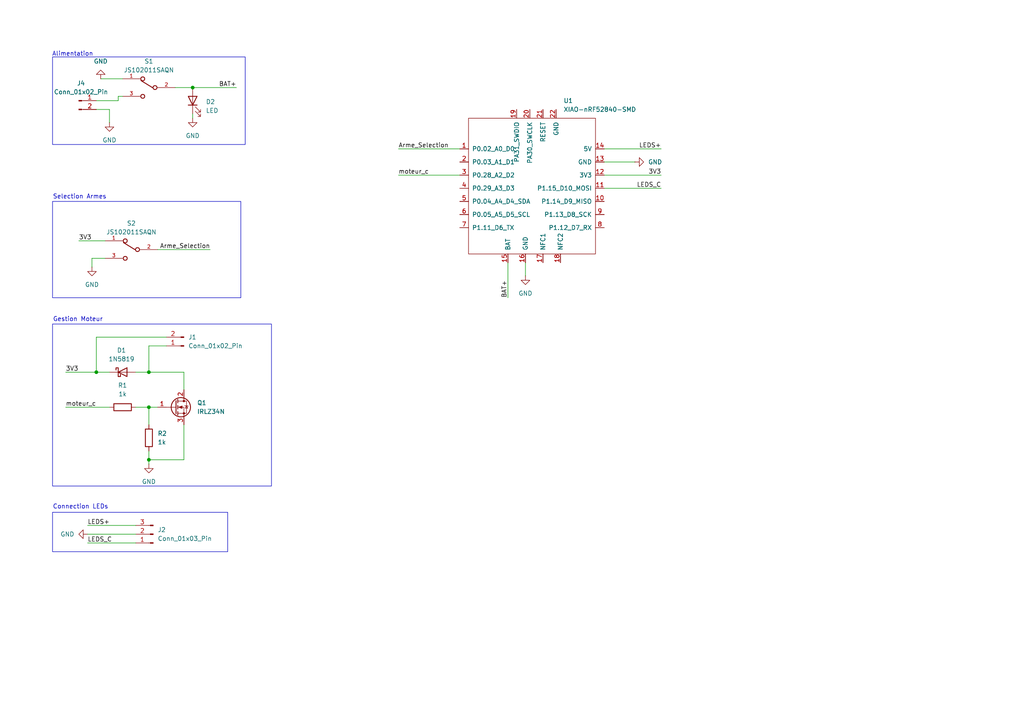
<source format=kicad_sch>
(kicad_sch (version 20250114) (generator "eeschema") (generator_version "9.0")
  (paper "A4")
  (lib_symbols
    (symbol "Connector:Conn_01x02_Pin" (pin_names (offset 1.016) (hide yes))
      (property "Reference" "J" (at 0 2.54 0))
      (property "Value" "Conn_01x02_Pin" (at 0 -5.08 0))
      (symbol "Conn_01x02_Pin_1_1"
        (rectangle (start 0.8636 0.127) (end 0 -0.127) (stroke (width 0.1524)) (fill (type outline)))
        (rectangle (start 0.8636 -2.413) (end 0 -2.667) (stroke (width 0.1524)) (fill (type outline)))
        (polyline (pts (xy 1.27 0) (xy 0.8636 0)) (stroke (width 0.1524)))
        (polyline (pts (xy 1.27 -2.54) (xy 0.8636 -2.54)) (stroke (width 0.1524)))
        (pin passive line (at 5.08 0 180) (length 3.81) (name "Pin_1") (number "1"))
        (pin passive line (at 5.08 -2.54 180) (length 3.81) (name "Pin_2") (number "2"))
      )
    )
    (symbol "Connector:Conn_01x03_Pin" (pin_names (offset 1.016) (hide yes))
      (property "Reference" "J" (at 0 5.08 0))
      (property "Value" "Conn_01x03_Pin" (at 0 -5.08 0))
      (symbol "Conn_01x03_Pin_1_1"
        (rectangle (start 0.8636 2.667) (end 0 2.413) (stroke (width 0.1524)) (fill (type outline)))
        (rectangle (start 0.8636 0.127) (end 0 -0.127) (stroke (width 0.1524)) (fill (type outline)))
        (rectangle (start 0.8636 -2.413) (end 0 -2.667) (stroke (width 0.1524)) (fill (type outline)))
        (polyline (pts (xy 1.27 2.54) (xy 0.8636 2.54)) (stroke (width 0.1524)))
        (polyline (pts (xy 1.27 0) (xy 0.8636 0)) (stroke (width 0.1524)))
        (polyline (pts (xy 1.27 -2.54) (xy 0.8636 -2.54)) (stroke (width 0.1524)))
        (pin passive line (at 5.08 2.54 180) (length 3.81) (name "Pin_1") (number "1"))
        (pin passive line (at 5.08 0 180) (length 3.81) (name "Pin_2") (number "2"))
        (pin passive line (at 5.08 -2.54 180) (length 3.81) (name "Pin_3") (number "3"))
      )
    )
    (symbol "Device:LED" (pin_numbers (hide yes)) (pin_names (offset 1.016) (hide yes))
      (property "Reference" "D" (at 0 2.54 0))
      (property "Value" "LED" (at 0 -2.54 0))
      (symbol "LED_0_1"
        (polyline (pts (xy -3.048 -0.762) (xy -4.572 -2.286) (xy -3.81 -2.286) (xy -4.572 -2.286) (xy -4.572 -1.524)))
        (polyline (pts (xy -1.778 -0.762) (xy -3.302 -2.286) (xy -2.54 -2.286) (xy -3.302 -2.286) (xy -3.302 -1.524)))
        (polyline (pts (xy -1.27 0) (xy 1.27 0)))
        (polyline (pts (xy -1.27 -1.27) (xy -1.27 1.27)) (stroke (width 0.254)))
        (polyline (pts (xy 1.27 -1.27) (xy 1.27 1.27) (xy -1.27 0) (xy 1.27 -1.27)) (stroke (width 0.254)))
      )
      (symbol "LED_1_1"
        (pin passive line (at -3.81 0 0) (length 2.54) (name "K") (number "1"))
        (pin passive line (at 3.81 0 180) (length 2.54) (name "A") (number "2"))
      )
    )
    (symbol "Device:R" (pin_numbers (hide yes)) (pin_names (offset 0))
      (property "Reference" "R" (at 2.032 0 90))
      (property "Value" "R" (at 0 0 90))
      (symbol "R_0_1"
        (rectangle (start -1.016 -2.54) (end 1.016 2.54) (stroke (width 0.254)))
      )
      (symbol "R_1_1"
        (pin passive line (at 0 3.81 270) (length 1.27) (name "~") (number "1"))
        (pin passive line (at 0 -3.81 90) (length 1.27) (name "~") (number "2"))
      )
    )
    (symbol "Diode:1N5819" (pin_numbers (hide yes)) (pin_names (offset 1.016) (hide yes))
      (property "Reference" "D" (at 0 2.54 0))
      (property "Value" "1N5819" (at 0 -2.54 0))
      (symbol "1N5819_0_1"
        (polyline (pts (xy -1.905 0.635) (xy -1.905 1.27) (xy -1.27 1.27) (xy -1.27 -1.27) (xy -0.635 -1.27) (xy -0.635 -0.635)) (stroke (width 0.254)))
        (polyline (pts (xy 1.27 1.27) (xy 1.27 -1.27) (xy -1.27 0) (xy 1.27 1.27)) (stroke (width 0.254)))
        (polyline (pts (xy 1.27 0) (xy -1.27 0)))
      )
      (symbol "1N5819_1_1"
        (pin passive line (at -3.81 0 0) (length 2.54) (name "K") (number "1"))
        (pin passive line (at 3.81 0 180) (length 2.54) (name "A") (number "2"))
      )
    )
    (symbol "JS102011SAQN:JS102011SAQN" (pin_names (offset 1.016))
      (property "Reference" "S" (at -7.6229 5.0819 0))
      (property "Value" "JS102011SAQN" (at -7.6286 -5.0857 0))
      (symbol "JS102011SAQN_0_0"
        (circle (center -1.778 2.54) (radius 0.568) (stroke (width 0.254)))
        (circle (center -1.778 -2.54) (radius 0.568) (stroke (width 0.254)))
        (polyline (pts (xy 1.016 0) (xy -2.286 2.032)) (stroke (width 0.254)))
        (circle (center 1.778 0) (radius 0.568) (stroke (width 0.254)))
        (pin passive line (at -7.62 2.54 0) (length 5.08) (name "~") (number "1"))
        (pin passive line (at -7.62 -2.54 0) (length 5.08) (name "~") (number "3"))
        (pin passive line (at 7.62 0 180) (length 5.08) (name "~") (number "2"))
      )
    )
    (symbol "Seeed_Studio_XIAO_Series:XIAO-nRF52840-SMD" (pin_names (offset 1.016))
      (property "Reference" "U" (at -18.542 23.114 0))
      (property "Value" "XIAO-nRF52840-SMD" (at -8.636 21.336 0))
      (symbol "XIAO-nRF52840-SMD_0_1"
        (rectangle (start -19.05 20.32) (end 17.78 -19.05))
      )
      (symbol "XIAO-nRF52840-SMD_1_1"
        (pin passive line (at -21.59 11.43 0) (length 2.54) (name "P0.02_A0_D0") (number "1"))
        (pin passive line (at -21.59 7.62 0) (length 2.54) (name "P0.03_A1_D1") (number "2"))
        (pin passive line (at -21.59 3.81 0) (length 2.54) (name "P0.28_A2_D2") (number "3"))
        (pin passive line (at -21.59 0 0) (length 2.54) (name "P0.29_A3_D3") (number "4"))
        (pin passive line (at -21.59 -3.81 0) (length 2.54) (name "P0.04_A4_D4_SDA") (number "5"))
        (pin passive line (at -21.59 -7.62 0) (length 2.54) (name "P0.05_A5_D5_SCL") (number "6"))
        (pin passive line (at -21.59 -11.43 0) (length 2.54) (name "P1.11_D6_TX") (number "7"))
        (pin passive line (at -7.62 -21.59 90) (length 2.54) (name "BAT") (number "15"))
        (pin passive line (at -5.08 22.86 270) (length 2.54) (name "PA31_SWDIO") (number "19"))
        (pin passive line (at -2.54 -21.59 90) (length 2.54) (name "GND") (number "16"))
        (pin passive line (at -1.27 22.86 270) (length 2.54) (name "PA30_SWCLK") (number "20"))
        (pin passive line (at 2.54 22.86 270) (length 2.54) (name "RESET") (number "21"))
        (pin passive line (at 2.54 -21.59 90) (length 2.54) (name "NFC1") (number "17"))
        (pin passive line (at 6.35 22.86 270) (length 2.54) (name "GND") (number "22"))
        (pin passive line (at 7.62 -21.59 90) (length 2.54) (name "NFC2") (number "18"))
        (pin passive line (at 20.32 11.43 180) (length 2.54) (name "5V") (number "14"))
        (pin passive line (at 20.32 7.62 180) (length 2.54) (name "GND") (number "13"))
        (pin passive line (at 20.32 3.81 180) (length 2.54) (name "3V3") (number "12"))
        (pin passive line (at 20.32 0 180) (length 2.54) (name "P1.15_D10_MOSI") (number "11"))
        (pin passive line (at 20.32 -3.81 180) (length 2.54) (name "P1.14_D9_MISO") (number "10"))
        (pin passive line (at 20.32 -7.62 180) (length 2.54) (name "P1.13_D8_SCK") (number "9"))
        (pin passive line (at 20.32 -11.43 180) (length 2.54) (name "P1.12_D7_RX") (number "8"))
      )
    )
    (symbol "Transistor_FET:IRLZ34N" (pin_names (hide yes))
      (property "Reference" "Q" (at 5.08 1.905 0))
      (property "Value" "IRLZ34N" (at 5.08 0 0))
      (symbol "IRLZ34N_0_1"
        (polyline (pts (xy 0.254 1.905) (xy 0.254 -1.905)) (stroke (width 0.254)))
        (polyline (pts (xy 0.254 0) (xy -2.54 0)))
        (polyline (pts (xy 0.762 2.286) (xy 0.762 1.27)) (stroke (width 0.254)))
        (polyline (pts (xy 0.762 0.508) (xy 0.762 -0.508)) (stroke (width 0.254)))
        (polyline (pts (xy 0.762 -1.27) (xy 0.762 -2.286)) (stroke (width 0.254)))
        (polyline (pts (xy 0.762 -1.778) (xy 3.302 -1.778) (xy 3.302 1.778) (xy 0.762 1.778)))
        (polyline (pts (xy 1.016 0) (xy 2.032 0.381) (xy 2.032 -0.381) (xy 1.016 0)) (fill (type outline)))
        (circle (center 1.651 0) (radius 2.794) (stroke (width 0.254)))
        (polyline (pts (xy 2.54 2.54) (xy 2.54 1.778)))
        (circle (center 2.54 1.778) (radius 0.254) (fill (type outline)))
        (circle (center 2.54 -1.778) (radius 0.254) (fill (type outline)))
        (polyline (pts (xy 2.54 -2.54) (xy 2.54 0) (xy 0.762 0)))
        (polyline (pts (xy 2.794 0.508) (xy 2.921 0.381) (xy 3.683 0.381) (xy 3.81 0.254)))
        (polyline (pts (xy 3.302 0.381) (xy 2.921 -0.254) (xy 3.683 -0.254) (xy 3.302 0.381)))
      )
      (symbol "IRLZ34N_1_1"
        (pin input line (at -5.08 0 0) (length 2.54) (name "G") (number "1"))
        (pin passive line (at 2.54 5.08 270) (length 2.54) (name "D") (number "2"))
        (pin passive line (at 2.54 -5.08 90) (length 2.54) (name "S") (number "3"))
      )
    )
    (symbol "power:GND" (power) (pin_numbers (hide yes)) (pin_names (offset 0) (hide yes))
      (property "Value" "GND" (at 0 -3.81 0))
      (symbol "GND_0_1"
        (polyline (pts (xy 0 0) (xy 0 -1.27) (xy 1.27 -1.27) (xy 0 -2.54) (xy -1.27 -1.27) (xy 0 -1.27)))
      )
      (symbol "GND_1_1"
        (pin power_in line (at 0 0 270) (length 0) (name "~") (number "1"))
      )
    )
  )
  (rectangle (start 15.24 148.59) (end 66.04 160.02))
  (rectangle (start 15.24 16.51) (end 71.12 41.91))
  (rectangle (start 15.24 93.98) (end 78.74 140.97))
  (rectangle (start 15.24 58.42) (end 69.85 86.36))
  (text "Alimentation\n" (at 21.082 15.748 0) (effects (font (size 1.27 1.27))))
  (text "Gestion Moteur" (at 22.606 92.71 0) (effects (font (size 1.27 1.27))))
  (text "Connection LEDs" (at 23.368 147.066 0) (effects (font (size 1.27 1.27))))
  (text "Selection Armes" (at 23.114 57.15 0) (effects (font (size 1.27 1.27))))
  (junction (at 43.18 133.35))
  (junction (at 27.94 107.95))
  (junction (at 43.18 107.95))
  (junction (at 43.18 118.11))
  (junction (at 55.88 25.4))
  (wire (pts (xy 175.26 46.99) (xy 184.15 46.99)))
  (wire (pts (xy 43.18 118.11) (xy 45.72 118.11)))
  (wire (pts (xy 25.4 152.4) (xy 39.37 152.4)))
  (wire (pts (xy 48.26 100.33) (xy 43.18 100.33)))
  (wire (pts (xy 152.4 76.2) (xy 152.4 80.01)))
  (wire (pts (xy 50.8 25.4) (xy 55.88 25.4)))
  (wire (pts (xy 30.48 74.93) (xy 26.67 74.93)))
  (wire (pts (xy 115.57 43.18) (xy 133.35 43.18)))
  (wire (pts (xy 175.26 54.61) (xy 191.77 54.61)))
  (wire (pts (xy 53.34 107.95) (xy 43.18 107.95)))
  (wire (pts (xy 43.18 133.35) (xy 43.18 134.62)))
  (wire (pts (xy 43.18 100.33) (xy 43.18 107.95)))
  (wire (pts (xy 27.94 107.95) (xy 31.75 107.95)))
  (wire (pts (xy 55.88 33.02) (xy 55.88 34.29)))
  (wire (pts (xy 34.29 27.94) (xy 35.56 27.94)))
  (wire (pts (xy 175.26 50.8) (xy 191.77 50.8)))
  (wire (pts (xy 30.48 69.85) (xy 22.86 69.85)))
  (wire (pts (xy 39.37 118.11) (xy 43.18 118.11)))
  (wire (pts (xy 48.26 97.79) (xy 27.94 97.79)))
  (wire (pts (xy 27.94 31.75) (xy 31.75 31.75)))
  (wire (pts (xy 53.34 133.35) (xy 43.18 133.35)))
  (wire (pts (xy 147.32 76.2) (xy 147.32 86.36)))
  (wire (pts (xy 19.05 107.95) (xy 27.94 107.95)))
  (wire (pts (xy 29.21 22.86) (xy 35.56 22.86)))
  (wire (pts (xy 19.05 118.11) (xy 31.75 118.11)))
  (wire (pts (xy 53.34 113.03) (xy 53.34 107.95)))
  (wire (pts (xy 55.88 25.4) (xy 68.58 25.4)))
  (wire (pts (xy 34.29 27.94) (xy 34.29 29.21)))
  (wire (pts (xy 115.57 50.8) (xy 133.35 50.8)))
  (wire (pts (xy 27.94 97.79) (xy 27.94 107.95)))
  (wire (pts (xy 53.34 123.19) (xy 53.34 133.35)))
  (wire (pts (xy 34.29 29.21) (xy 27.94 29.21)))
  (wire (pts (xy 25.4 154.94) (xy 39.37 154.94)))
  (wire (pts (xy 43.18 118.11) (xy 43.18 123.19)))
  (wire (pts (xy 25.4 157.48) (xy 39.37 157.48)))
  (wire (pts (xy 26.67 74.93) (xy 26.67 77.47)))
  (wire (pts (xy 31.75 31.75) (xy 31.75 35.56)))
  (wire (pts (xy 43.18 107.95) (xy 39.37 107.95)))
  (wire (pts (xy 43.18 130.81) (xy 43.18 133.35)))
  (wire (pts (xy 175.26 43.18) (xy 191.77 43.18)))
  (wire (pts (xy 45.72 72.39) (xy 60.96 72.39)))
  (label "Arme_Selection" (at 115.57 43.18 0))
  (label "LEDS_C" (at 191.77 54.61 180))
  (label "LEDS+" (at 191.77 43.18 180))
  (label "3V3" (at 19.05 107.95 0))
  (label "moteur_c" (at 115.57 50.8 0))
  (label "LEDS+" (at 25.4 152.4 0))
  (label "LEDS_C" (at 25.4 157.48 0))
  (label "BAT+" (at 147.32 86.36 90))
  (label "moteur_c" (at 19.05 118.11 0))
  (label "Arme_Selection" (at 60.96 72.39 180))
  (label "3V3" (at 191.77 50.8 180))
  (label "BAT+" (at 68.58 25.4 180))
  (label "3V3" (at 22.86 69.85 0))
  (symbol (lib_id "Diode:1N5819") (at 35.56 107.95 0) (unit 1)
    (property "Reference" "D1" (at 35.2425 101.6 0))
    (property "Value" "1N5819" (at 35.2425 104.14 0))
    (property "Footprint" "Diode_THT:D_DO-41_SOD81_P10.16mm_Horizontal" (effects (hide yes)))
    (property "Datasheet" "http://www.vishay.com/docs/88525/1n5817.pdf" (effects (hide yes)))
    (property "Description" "40V 1A Schottky Barrier Rectifier Diode, DO-41" (effects (hide yes)))
  )
  (symbol (lib_id "Transistor_FET:IRLZ34N") (at 50.8 118.11 0) (unit 1)
    (property "Reference" "Q1" (at 57.15 116.8399 0) (effects (justify left)))
    (property "Value" "IRLZ34N" (at 57.15 119.3799 0) (effects (justify left)))
    (property "Footprint" "Package_TO_SOT_THT:TO-220-3_Vertical" (effects (hide yes)))
    (property "Datasheet" "http://www.infineon.com/dgdl/irlz34npbf.pdf?fileId=5546d462533600a40153567206892720" (effects (hide yes)))
    (property "Description" "30A Id, 55V Vds, 35mOhm Rds, N-Channel HEXFET Power MOSFET, TO-220AB" (effects (hide yes)))
  )
  (symbol (lib_id "Connector:Conn_01x03_Pin") (at 44.45 154.94 180) (unit 1)
    (property "Reference" "J2" (at 45.72 153.6699 0) (effects (justify right)))
    (property "Value" "Conn_01x03_Pin" (at 45.72 156.2099 0) (effects (justify right)))
    (property "Footprint" "Connector_JST:JST_XH_B3B-XH-A_1x03_P2.50mm_Vertical" (effects (hide yes)))
    (property "Description" "Generic connector, single row, 01x03, script generated" (effects (hide yes)))
  )
  (symbol (lib_id "JS102011SAQN:JS102011SAQN") (at 38.1 72.39 0) (unit 1)
    (property "Reference" "S2" (at 38.1 64.77 0))
    (property "Value" "JS102011SAQN" (at 38.1 67.31 0))
    (property "Footprint" "Button_Switch_SMD:SW_SPDT_CK_JS102011SAQN" (effects (hide yes)))
    (property "MANUFACTURER" "C&K" (effects (hide yes)))
  )
  (symbol (lib_id "Seeed_Studio_XIAO_Series:XIAO-nRF52840-SMD") (at 154.94 54.61 0) (unit 1)
    (property "Reference" "U1" (at 163.4333 29.21 0) (effects (justify left)))
    (property "Value" "XIAO-nRF52840-SMD" (at 163.4333 31.75 0) (effects (justify left)))
    (property "Footprint" "Seeed Studio XIAO Series Library:XIAO-nRF52840-SMD" (effects (hide yes)))
  )
  (symbol (lib_id "power:GND") (at 26.67 77.47 0) (unit 1)
    (property "Reference" "#PWR01" (effects (hide yes)))
    (property "Value" "GND" (at 26.67 82.55 0))
    (property "Description" "Power symbol creates a global label with name \"GND\" , ground" (effects (hide yes)))
  )
  (symbol (lib_id "Device:R") (at 43.18 127 0) (unit 1)
    (property "Reference" "R2" (at 45.72 125.7299 0) (effects (justify left)))
    (property "Value" "1k" (at 45.72 128.2699 0) (effects (justify left)))
    (property "Footprint" "Resistor_THT:R_Axial_DIN0204_L3.6mm_D1.6mm_P2.54mm_Vertical" (effects (hide yes)))
    (property "Description" "Resistor" (effects (hide yes)))
  )
  (symbol (lib_id "JS102011SAQN:JS102011SAQN") (at 43.18 25.4 0) (unit 1)
    (property "Reference" "S1" (at 43.18 17.78 0))
    (property "Value" "JS102011SAQN" (at 43.18 20.32 0))
    (property "Footprint" "Button_Switch_SMD:SW_SPDT_CK_JS102011SAQN" (effects (hide yes)))
    (property "MANUFACTURER" "C&K" (effects (hide yes)))
  )
  (symbol (lib_id "Connector:Conn_01x02_Pin") (at 53.34 100.33 180) (unit 1)
    (property "Reference" "J1" (at 54.61 97.7899 0) (effects (justify right)))
    (property "Value" "Conn_01x02_Pin" (at 54.61 100.3299 0) (effects (justify right)))
    (property "Footprint" "Connector_JST:JST_XH_B2B-XH-A_1x02_P2.50mm_Vertical" (effects (hide yes)))
    (property "Description" "Generic connector, single row, 01x02, script generated" (effects (hide yes)))
  )
  (symbol (lib_id "power:GND") (at 31.75 35.56 0) (unit 1)
    (property "Reference" "#PWR07" (effects (hide yes)))
    (property "Value" "GND" (at 31.75 40.64 0))
    (property "Description" "Power symbol creates a global label with name \"GND\" , ground" (effects (hide yes)))
  )
  (symbol (lib_id "power:GND") (at 25.4 154.94 270) (unit 1)
    (property "Reference" "#PWR05" (effects (hide yes)))
    (property "Value" "GND" (at 21.59 154.9399 90) (effects (justify right)))
    (property "Description" "Power symbol creates a global label with name \"GND\" , ground" (effects (hide yes)))
  )
  (symbol (lib_id "Device:R") (at 35.56 118.11 270) (unit 1)
    (property "Reference" "R1" (at 35.56 111.76 90))
    (property "Value" "1k" (at 35.56 114.3 90))
    (property "Footprint" "Resistor_THT:R_Axial_DIN0204_L3.6mm_D1.6mm_P2.54mm_Vertical" (effects (hide yes)))
    (property "Description" "Resistor" (effects (hide yes)))
  )
  (symbol (lib_id "power:GND") (at 55.88 34.29 0) (unit 1)
    (property "Reference" "#PWR03" (effects (hide yes)))
    (property "Value" "GND" (at 55.88 39.37 0))
    (property "Description" "Power symbol creates a global label with name \"GND\" , ground" (effects (hide yes)))
  )
  (symbol (lib_id "Connector:Conn_01x02_Pin") (at 22.86 29.21 0) (unit 1)
    (property "Reference" "J4" (at 23.495 24.13 0))
    (property "Value" "Conn_01x02_Pin" (at 23.495 26.67 0))
    (property "Footprint" "Connector_JST:JST_XH_B2B-XH-A_1x02_P2.50mm_Vertical" (effects (hide yes)))
    (property "Description" "Generic connector, single row, 01x02, script generated" (effects (hide yes)))
  )
  (symbol (lib_id "Device:LED") (at 55.88 29.21 90) (unit 1)
    (property "Reference" "D2" (at 59.69 29.5274 90) (effects (justify right)))
    (property "Value" "LED" (at 59.69 32.0674 90) (effects (justify right)))
    (property "Footprint" "LED_THT:LED_D5.0mm" (effects (hide yes)))
    (property "Description" "Light emitting diode" (effects (hide yes)))
    (property "Sim.Pins" "1=K 2=A" (effects (hide yes)))
  )
  (symbol (lib_id "power:GND") (at 152.4 80.01 0) (unit 1)
    (property "Reference" "#PWR06" (effects (hide yes)))
    (property "Value" "GND" (at 152.4 85.09 0))
    (property "Description" "Power symbol creates a global label with name \"GND\" , ground" (effects (hide yes)))
  )
  (symbol (lib_id "power:GND") (at 184.15 46.99 90) (unit 1)
    (property "Reference" "#PWR04" (effects (hide yes)))
    (property "Value" "GND" (at 187.96 46.9899 90) (effects (justify right)))
    (property "Description" "Power symbol creates a global label with name \"GND\" , ground" (effects (hide yes)))
  )
  (symbol (lib_id "power:GND") (at 29.21 22.86 180) (unit 1)
    (property "Reference" "#PWR08" (effects (hide yes)))
    (property "Value" "GND" (at 29.21 17.78 0))
    (property "Description" "Power symbol creates a global label with name \"GND\" , ground" (effects (hide yes)))
  )
  (symbol (lib_id "power:GND") (at 43.18 134.62 0) (unit 1)
    (property "Reference" "#PWR02" (effects (hide yes)))
    (property "Value" "GND" (at 43.18 139.7 0))
    (property "Description" "Power symbol creates a global label with name \"GND\" , ground" (effects (hide yes)))
  )
)
</source>
